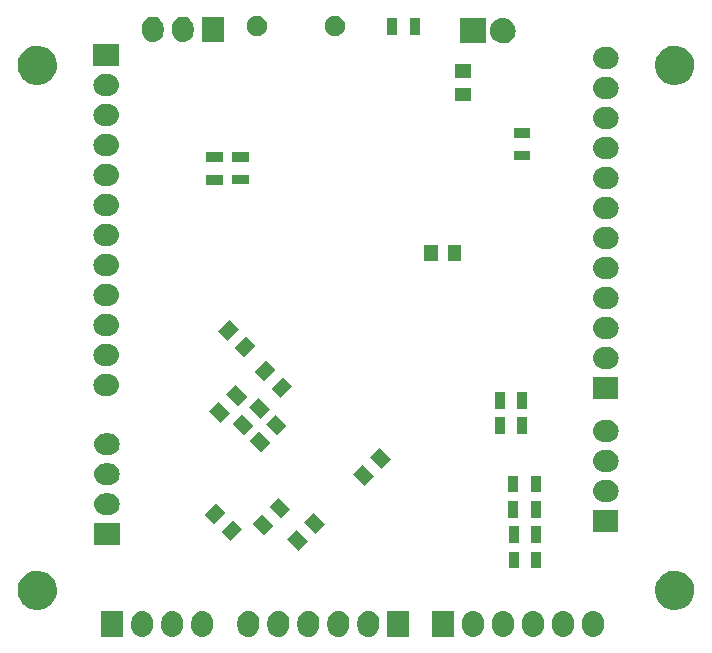
<source format=gbs>
G04 #@! TF.FileFunction,Soldermask,Bot*
%FSLAX46Y46*%
G04 Gerber Fmt 4.6, Leading zero omitted, Abs format (unit mm)*
G04 Created by KiCad (PCBNEW 4.0.5) date Tuesday, June 20, 2017 'PMt' 03:43:36 PM*
%MOMM*%
%LPD*%
G01*
G04 APERTURE LIST*
%ADD10C,0.100000*%
G04 APERTURE END LIST*
D10*
G36*
X111311389Y-117349008D02*
X111311398Y-117349011D01*
X111311419Y-117349013D01*
X111484266Y-117402518D01*
X111643428Y-117488576D01*
X111782843Y-117603911D01*
X111897201Y-117744128D01*
X111982147Y-117903887D01*
X112034444Y-118077102D01*
X112052100Y-118257177D01*
X112052100Y-118572500D01*
X112052020Y-118584079D01*
X112052019Y-118584089D01*
X112052010Y-118585367D01*
X112031841Y-118765178D01*
X111977130Y-118937647D01*
X111889963Y-119096204D01*
X111773658Y-119234811D01*
X111632646Y-119348187D01*
X111472298Y-119432015D01*
X111298721Y-119483102D01*
X111298700Y-119483104D01*
X111298693Y-119483106D01*
X111118530Y-119499503D01*
X110938611Y-119480592D01*
X110938602Y-119480589D01*
X110938581Y-119480587D01*
X110765734Y-119427082D01*
X110606572Y-119341024D01*
X110467157Y-119225689D01*
X110352799Y-119085472D01*
X110267853Y-118925713D01*
X110215556Y-118752498D01*
X110197900Y-118572423D01*
X110197900Y-118257100D01*
X110197980Y-118245521D01*
X110197981Y-118245511D01*
X110197990Y-118244233D01*
X110218159Y-118064422D01*
X110272870Y-117891953D01*
X110360037Y-117733396D01*
X110476342Y-117594789D01*
X110617354Y-117481413D01*
X110777702Y-117397585D01*
X110951279Y-117346498D01*
X110951300Y-117346496D01*
X110951307Y-117346494D01*
X111131470Y-117330097D01*
X111311389Y-117349008D01*
X111311389Y-117349008D01*
G37*
G36*
X113851389Y-117349008D02*
X113851398Y-117349011D01*
X113851419Y-117349013D01*
X114024266Y-117402518D01*
X114183428Y-117488576D01*
X114322843Y-117603911D01*
X114437201Y-117744128D01*
X114522147Y-117903887D01*
X114574444Y-118077102D01*
X114592100Y-118257177D01*
X114592100Y-118572500D01*
X114592020Y-118584079D01*
X114592019Y-118584089D01*
X114592010Y-118585367D01*
X114571841Y-118765178D01*
X114517130Y-118937647D01*
X114429963Y-119096204D01*
X114313658Y-119234811D01*
X114172646Y-119348187D01*
X114012298Y-119432015D01*
X113838721Y-119483102D01*
X113838700Y-119483104D01*
X113838693Y-119483106D01*
X113658530Y-119499503D01*
X113478611Y-119480592D01*
X113478602Y-119480589D01*
X113478581Y-119480587D01*
X113305734Y-119427082D01*
X113146572Y-119341024D01*
X113007157Y-119225689D01*
X112892799Y-119085472D01*
X112807853Y-118925713D01*
X112755556Y-118752498D01*
X112737900Y-118572423D01*
X112737900Y-118257100D01*
X112737980Y-118245521D01*
X112737981Y-118245511D01*
X112737990Y-118244233D01*
X112758159Y-118064422D01*
X112812870Y-117891953D01*
X112900037Y-117733396D01*
X113016342Y-117594789D01*
X113157354Y-117481413D01*
X113317702Y-117397585D01*
X113491279Y-117346498D01*
X113491300Y-117346496D01*
X113491307Y-117346494D01*
X113671470Y-117330097D01*
X113851389Y-117349008D01*
X113851389Y-117349008D01*
G37*
G36*
X116391389Y-117349008D02*
X116391398Y-117349011D01*
X116391419Y-117349013D01*
X116564266Y-117402518D01*
X116723428Y-117488576D01*
X116862843Y-117603911D01*
X116977201Y-117744128D01*
X117062147Y-117903887D01*
X117114444Y-118077102D01*
X117132100Y-118257177D01*
X117132100Y-118572500D01*
X117132020Y-118584079D01*
X117132019Y-118584089D01*
X117132010Y-118585367D01*
X117111841Y-118765178D01*
X117057130Y-118937647D01*
X116969963Y-119096204D01*
X116853658Y-119234811D01*
X116712646Y-119348187D01*
X116552298Y-119432015D01*
X116378721Y-119483102D01*
X116378700Y-119483104D01*
X116378693Y-119483106D01*
X116198530Y-119499503D01*
X116018611Y-119480592D01*
X116018602Y-119480589D01*
X116018581Y-119480587D01*
X115845734Y-119427082D01*
X115686572Y-119341024D01*
X115547157Y-119225689D01*
X115432799Y-119085472D01*
X115347853Y-118925713D01*
X115295556Y-118752498D01*
X115277900Y-118572423D01*
X115277900Y-118257100D01*
X115277980Y-118245521D01*
X115277981Y-118245511D01*
X115277990Y-118244233D01*
X115298159Y-118064422D01*
X115352870Y-117891953D01*
X115440037Y-117733396D01*
X115556342Y-117594789D01*
X115697354Y-117481413D01*
X115857702Y-117397585D01*
X116031279Y-117346498D01*
X116031300Y-117346496D01*
X116031307Y-117346494D01*
X116211470Y-117330097D01*
X116391389Y-117349008D01*
X116391389Y-117349008D01*
G37*
G36*
X120302989Y-117349008D02*
X120302998Y-117349011D01*
X120303019Y-117349013D01*
X120475866Y-117402518D01*
X120635028Y-117488576D01*
X120774443Y-117603911D01*
X120888801Y-117744128D01*
X120973747Y-117903887D01*
X121026044Y-118077102D01*
X121043700Y-118257177D01*
X121043700Y-118572500D01*
X121043620Y-118584079D01*
X121043619Y-118584089D01*
X121043610Y-118585367D01*
X121023441Y-118765178D01*
X120968730Y-118937647D01*
X120881563Y-119096204D01*
X120765258Y-119234811D01*
X120624246Y-119348187D01*
X120463898Y-119432015D01*
X120290321Y-119483102D01*
X120290300Y-119483104D01*
X120290293Y-119483106D01*
X120110130Y-119499503D01*
X119930211Y-119480592D01*
X119930202Y-119480589D01*
X119930181Y-119480587D01*
X119757334Y-119427082D01*
X119598172Y-119341024D01*
X119458757Y-119225689D01*
X119344399Y-119085472D01*
X119259453Y-118925713D01*
X119207156Y-118752498D01*
X119189500Y-118572423D01*
X119189500Y-118257100D01*
X119189580Y-118245521D01*
X119189581Y-118245511D01*
X119189590Y-118244233D01*
X119209759Y-118064422D01*
X119264470Y-117891953D01*
X119351637Y-117733396D01*
X119467942Y-117594789D01*
X119608954Y-117481413D01*
X119769302Y-117397585D01*
X119942879Y-117346498D01*
X119942900Y-117346496D01*
X119942907Y-117346494D01*
X120123070Y-117330097D01*
X120302989Y-117349008D01*
X120302989Y-117349008D01*
G37*
G36*
X122842989Y-117349008D02*
X122842998Y-117349011D01*
X122843019Y-117349013D01*
X123015866Y-117402518D01*
X123175028Y-117488576D01*
X123314443Y-117603911D01*
X123428801Y-117744128D01*
X123513747Y-117903887D01*
X123566044Y-118077102D01*
X123583700Y-118257177D01*
X123583700Y-118572500D01*
X123583620Y-118584079D01*
X123583619Y-118584089D01*
X123583610Y-118585367D01*
X123563441Y-118765178D01*
X123508730Y-118937647D01*
X123421563Y-119096204D01*
X123305258Y-119234811D01*
X123164246Y-119348187D01*
X123003898Y-119432015D01*
X122830321Y-119483102D01*
X122830300Y-119483104D01*
X122830293Y-119483106D01*
X122650130Y-119499503D01*
X122470211Y-119480592D01*
X122470202Y-119480589D01*
X122470181Y-119480587D01*
X122297334Y-119427082D01*
X122138172Y-119341024D01*
X121998757Y-119225689D01*
X121884399Y-119085472D01*
X121799453Y-118925713D01*
X121747156Y-118752498D01*
X121729500Y-118572423D01*
X121729500Y-118257100D01*
X121729580Y-118245521D01*
X121729581Y-118245511D01*
X121729590Y-118244233D01*
X121749759Y-118064422D01*
X121804470Y-117891953D01*
X121891637Y-117733396D01*
X122007942Y-117594789D01*
X122148954Y-117481413D01*
X122309302Y-117397585D01*
X122482879Y-117346498D01*
X122482900Y-117346496D01*
X122482907Y-117346494D01*
X122663070Y-117330097D01*
X122842989Y-117349008D01*
X122842989Y-117349008D01*
G37*
G36*
X125382989Y-117349008D02*
X125382998Y-117349011D01*
X125383019Y-117349013D01*
X125555866Y-117402518D01*
X125715028Y-117488576D01*
X125854443Y-117603911D01*
X125968801Y-117744128D01*
X126053747Y-117903887D01*
X126106044Y-118077102D01*
X126123700Y-118257177D01*
X126123700Y-118572500D01*
X126123620Y-118584079D01*
X126123619Y-118584089D01*
X126123610Y-118585367D01*
X126103441Y-118765178D01*
X126048730Y-118937647D01*
X125961563Y-119096204D01*
X125845258Y-119234811D01*
X125704246Y-119348187D01*
X125543898Y-119432015D01*
X125370321Y-119483102D01*
X125370300Y-119483104D01*
X125370293Y-119483106D01*
X125190130Y-119499503D01*
X125010211Y-119480592D01*
X125010202Y-119480589D01*
X125010181Y-119480587D01*
X124837334Y-119427082D01*
X124678172Y-119341024D01*
X124538757Y-119225689D01*
X124424399Y-119085472D01*
X124339453Y-118925713D01*
X124287156Y-118752498D01*
X124269500Y-118572423D01*
X124269500Y-118257100D01*
X124269580Y-118245521D01*
X124269581Y-118245511D01*
X124269590Y-118244233D01*
X124289759Y-118064422D01*
X124344470Y-117891953D01*
X124431637Y-117733396D01*
X124547942Y-117594789D01*
X124688954Y-117481413D01*
X124849302Y-117397585D01*
X125022879Y-117346498D01*
X125022900Y-117346496D01*
X125022907Y-117346494D01*
X125203070Y-117330097D01*
X125382989Y-117349008D01*
X125382989Y-117349008D01*
G37*
G36*
X127922989Y-117349008D02*
X127922998Y-117349011D01*
X127923019Y-117349013D01*
X128095866Y-117402518D01*
X128255028Y-117488576D01*
X128394443Y-117603911D01*
X128508801Y-117744128D01*
X128593747Y-117903887D01*
X128646044Y-118077102D01*
X128663700Y-118257177D01*
X128663700Y-118572500D01*
X128663620Y-118584079D01*
X128663619Y-118584089D01*
X128663610Y-118585367D01*
X128643441Y-118765178D01*
X128588730Y-118937647D01*
X128501563Y-119096204D01*
X128385258Y-119234811D01*
X128244246Y-119348187D01*
X128083898Y-119432015D01*
X127910321Y-119483102D01*
X127910300Y-119483104D01*
X127910293Y-119483106D01*
X127730130Y-119499503D01*
X127550211Y-119480592D01*
X127550202Y-119480589D01*
X127550181Y-119480587D01*
X127377334Y-119427082D01*
X127218172Y-119341024D01*
X127078757Y-119225689D01*
X126964399Y-119085472D01*
X126879453Y-118925713D01*
X126827156Y-118752498D01*
X126809500Y-118572423D01*
X126809500Y-118257100D01*
X126809580Y-118245521D01*
X126809581Y-118245511D01*
X126809590Y-118244233D01*
X126829759Y-118064422D01*
X126884470Y-117891953D01*
X126971637Y-117733396D01*
X127087942Y-117594789D01*
X127228954Y-117481413D01*
X127389302Y-117397585D01*
X127562879Y-117346498D01*
X127562900Y-117346496D01*
X127562907Y-117346494D01*
X127743070Y-117330097D01*
X127922989Y-117349008D01*
X127922989Y-117349008D01*
G37*
G36*
X130462989Y-117349008D02*
X130462998Y-117349011D01*
X130463019Y-117349013D01*
X130635866Y-117402518D01*
X130795028Y-117488576D01*
X130934443Y-117603911D01*
X131048801Y-117744128D01*
X131133747Y-117903887D01*
X131186044Y-118077102D01*
X131203700Y-118257177D01*
X131203700Y-118572500D01*
X131203620Y-118584079D01*
X131203619Y-118584089D01*
X131203610Y-118585367D01*
X131183441Y-118765178D01*
X131128730Y-118937647D01*
X131041563Y-119096204D01*
X130925258Y-119234811D01*
X130784246Y-119348187D01*
X130623898Y-119432015D01*
X130450321Y-119483102D01*
X130450300Y-119483104D01*
X130450293Y-119483106D01*
X130270130Y-119499503D01*
X130090211Y-119480592D01*
X130090202Y-119480589D01*
X130090181Y-119480587D01*
X129917334Y-119427082D01*
X129758172Y-119341024D01*
X129618757Y-119225689D01*
X129504399Y-119085472D01*
X129419453Y-118925713D01*
X129367156Y-118752498D01*
X129349500Y-118572423D01*
X129349500Y-118257100D01*
X129349580Y-118245521D01*
X129349581Y-118245511D01*
X129349590Y-118244233D01*
X129369759Y-118064422D01*
X129424470Y-117891953D01*
X129511637Y-117733396D01*
X129627942Y-117594789D01*
X129768954Y-117481413D01*
X129929302Y-117397585D01*
X130102879Y-117346498D01*
X130102900Y-117346496D01*
X130102907Y-117346494D01*
X130283070Y-117330097D01*
X130462989Y-117349008D01*
X130462989Y-117349008D01*
G37*
G36*
X139302189Y-117349008D02*
X139302198Y-117349011D01*
X139302219Y-117349013D01*
X139475066Y-117402518D01*
X139634228Y-117488576D01*
X139773643Y-117603911D01*
X139888001Y-117744128D01*
X139972947Y-117903887D01*
X140025244Y-118077102D01*
X140042900Y-118257177D01*
X140042900Y-118572500D01*
X140042820Y-118584079D01*
X140042819Y-118584089D01*
X140042810Y-118585367D01*
X140022641Y-118765178D01*
X139967930Y-118937647D01*
X139880763Y-119096204D01*
X139764458Y-119234811D01*
X139623446Y-119348187D01*
X139463098Y-119432015D01*
X139289521Y-119483102D01*
X139289500Y-119483104D01*
X139289493Y-119483106D01*
X139109330Y-119499503D01*
X138929411Y-119480592D01*
X138929402Y-119480589D01*
X138929381Y-119480587D01*
X138756534Y-119427082D01*
X138597372Y-119341024D01*
X138457957Y-119225689D01*
X138343599Y-119085472D01*
X138258653Y-118925713D01*
X138206356Y-118752498D01*
X138188700Y-118572423D01*
X138188700Y-118257100D01*
X138188780Y-118245521D01*
X138188781Y-118245511D01*
X138188790Y-118244233D01*
X138208959Y-118064422D01*
X138263670Y-117891953D01*
X138350837Y-117733396D01*
X138467142Y-117594789D01*
X138608154Y-117481413D01*
X138768502Y-117397585D01*
X138942079Y-117346498D01*
X138942100Y-117346496D01*
X138942107Y-117346494D01*
X139122270Y-117330097D01*
X139302189Y-117349008D01*
X139302189Y-117349008D01*
G37*
G36*
X141842189Y-117349008D02*
X141842198Y-117349011D01*
X141842219Y-117349013D01*
X142015066Y-117402518D01*
X142174228Y-117488576D01*
X142313643Y-117603911D01*
X142428001Y-117744128D01*
X142512947Y-117903887D01*
X142565244Y-118077102D01*
X142582900Y-118257177D01*
X142582900Y-118572500D01*
X142582820Y-118584079D01*
X142582819Y-118584089D01*
X142582810Y-118585367D01*
X142562641Y-118765178D01*
X142507930Y-118937647D01*
X142420763Y-119096204D01*
X142304458Y-119234811D01*
X142163446Y-119348187D01*
X142003098Y-119432015D01*
X141829521Y-119483102D01*
X141829500Y-119483104D01*
X141829493Y-119483106D01*
X141649330Y-119499503D01*
X141469411Y-119480592D01*
X141469402Y-119480589D01*
X141469381Y-119480587D01*
X141296534Y-119427082D01*
X141137372Y-119341024D01*
X140997957Y-119225689D01*
X140883599Y-119085472D01*
X140798653Y-118925713D01*
X140746356Y-118752498D01*
X140728700Y-118572423D01*
X140728700Y-118257100D01*
X140728780Y-118245521D01*
X140728781Y-118245511D01*
X140728790Y-118244233D01*
X140748959Y-118064422D01*
X140803670Y-117891953D01*
X140890837Y-117733396D01*
X141007142Y-117594789D01*
X141148154Y-117481413D01*
X141308502Y-117397585D01*
X141482079Y-117346498D01*
X141482100Y-117346496D01*
X141482107Y-117346494D01*
X141662270Y-117330097D01*
X141842189Y-117349008D01*
X141842189Y-117349008D01*
G37*
G36*
X144382189Y-117349008D02*
X144382198Y-117349011D01*
X144382219Y-117349013D01*
X144555066Y-117402518D01*
X144714228Y-117488576D01*
X144853643Y-117603911D01*
X144968001Y-117744128D01*
X145052947Y-117903887D01*
X145105244Y-118077102D01*
X145122900Y-118257177D01*
X145122900Y-118572500D01*
X145122820Y-118584079D01*
X145122819Y-118584089D01*
X145122810Y-118585367D01*
X145102641Y-118765178D01*
X145047930Y-118937647D01*
X144960763Y-119096204D01*
X144844458Y-119234811D01*
X144703446Y-119348187D01*
X144543098Y-119432015D01*
X144369521Y-119483102D01*
X144369500Y-119483104D01*
X144369493Y-119483106D01*
X144189330Y-119499503D01*
X144009411Y-119480592D01*
X144009402Y-119480589D01*
X144009381Y-119480587D01*
X143836534Y-119427082D01*
X143677372Y-119341024D01*
X143537957Y-119225689D01*
X143423599Y-119085472D01*
X143338653Y-118925713D01*
X143286356Y-118752498D01*
X143268700Y-118572423D01*
X143268700Y-118257100D01*
X143268780Y-118245521D01*
X143268781Y-118245511D01*
X143268790Y-118244233D01*
X143288959Y-118064422D01*
X143343670Y-117891953D01*
X143430837Y-117733396D01*
X143547142Y-117594789D01*
X143688154Y-117481413D01*
X143848502Y-117397585D01*
X144022079Y-117346498D01*
X144022100Y-117346496D01*
X144022107Y-117346494D01*
X144202270Y-117330097D01*
X144382189Y-117349008D01*
X144382189Y-117349008D01*
G37*
G36*
X146922189Y-117349008D02*
X146922198Y-117349011D01*
X146922219Y-117349013D01*
X147095066Y-117402518D01*
X147254228Y-117488576D01*
X147393643Y-117603911D01*
X147508001Y-117744128D01*
X147592947Y-117903887D01*
X147645244Y-118077102D01*
X147662900Y-118257177D01*
X147662900Y-118572500D01*
X147662820Y-118584079D01*
X147662819Y-118584089D01*
X147662810Y-118585367D01*
X147642641Y-118765178D01*
X147587930Y-118937647D01*
X147500763Y-119096204D01*
X147384458Y-119234811D01*
X147243446Y-119348187D01*
X147083098Y-119432015D01*
X146909521Y-119483102D01*
X146909500Y-119483104D01*
X146909493Y-119483106D01*
X146729330Y-119499503D01*
X146549411Y-119480592D01*
X146549402Y-119480589D01*
X146549381Y-119480587D01*
X146376534Y-119427082D01*
X146217372Y-119341024D01*
X146077957Y-119225689D01*
X145963599Y-119085472D01*
X145878653Y-118925713D01*
X145826356Y-118752498D01*
X145808700Y-118572423D01*
X145808700Y-118257100D01*
X145808780Y-118245521D01*
X145808781Y-118245511D01*
X145808790Y-118244233D01*
X145828959Y-118064422D01*
X145883670Y-117891953D01*
X145970837Y-117733396D01*
X146087142Y-117594789D01*
X146228154Y-117481413D01*
X146388502Y-117397585D01*
X146562079Y-117346498D01*
X146562100Y-117346496D01*
X146562107Y-117346494D01*
X146742270Y-117330097D01*
X146922189Y-117349008D01*
X146922189Y-117349008D01*
G37*
G36*
X149462189Y-117349008D02*
X149462198Y-117349011D01*
X149462219Y-117349013D01*
X149635066Y-117402518D01*
X149794228Y-117488576D01*
X149933643Y-117603911D01*
X150048001Y-117744128D01*
X150132947Y-117903887D01*
X150185244Y-118077102D01*
X150202900Y-118257177D01*
X150202900Y-118572500D01*
X150202820Y-118584079D01*
X150202819Y-118584089D01*
X150202810Y-118585367D01*
X150182641Y-118765178D01*
X150127930Y-118937647D01*
X150040763Y-119096204D01*
X149924458Y-119234811D01*
X149783446Y-119348187D01*
X149623098Y-119432015D01*
X149449521Y-119483102D01*
X149449500Y-119483104D01*
X149449493Y-119483106D01*
X149269330Y-119499503D01*
X149089411Y-119480592D01*
X149089402Y-119480589D01*
X149089381Y-119480587D01*
X148916534Y-119427082D01*
X148757372Y-119341024D01*
X148617957Y-119225689D01*
X148503599Y-119085472D01*
X148418653Y-118925713D01*
X148366356Y-118752498D01*
X148348700Y-118572423D01*
X148348700Y-118257100D01*
X148348780Y-118245521D01*
X148348781Y-118245511D01*
X148348790Y-118244233D01*
X148368959Y-118064422D01*
X148423670Y-117891953D01*
X148510837Y-117733396D01*
X148627142Y-117594789D01*
X148768154Y-117481413D01*
X148928502Y-117397585D01*
X149102079Y-117346498D01*
X149102100Y-117346496D01*
X149102107Y-117346494D01*
X149282270Y-117330097D01*
X149462189Y-117349008D01*
X149462189Y-117349008D01*
G37*
G36*
X133743700Y-119494300D02*
X131889500Y-119494300D01*
X131889500Y-117335300D01*
X133743700Y-117335300D01*
X133743700Y-119494300D01*
X133743700Y-119494300D01*
G37*
G36*
X137502900Y-119494300D02*
X135648700Y-119494300D01*
X135648700Y-117335300D01*
X137502900Y-117335300D01*
X137502900Y-119494300D01*
X137502900Y-119494300D01*
G37*
G36*
X109512100Y-119494300D02*
X107657900Y-119494300D01*
X107657900Y-117335300D01*
X109512100Y-117335300D01*
X109512100Y-119494300D01*
X109512100Y-119494300D01*
G37*
G36*
X102409721Y-113907606D02*
X102729293Y-113973204D01*
X103030030Y-114099623D01*
X103300486Y-114282048D01*
X103530361Y-114513532D01*
X103710892Y-114785254D01*
X103835209Y-115086869D01*
X103898529Y-115406664D01*
X103898529Y-115406672D01*
X103898571Y-115406885D01*
X103893368Y-115779501D01*
X103893321Y-115779707D01*
X103893321Y-115779720D01*
X103821095Y-116097623D01*
X103688405Y-116395650D01*
X103500354Y-116662228D01*
X103264111Y-116887198D01*
X102988665Y-117062003D01*
X102684515Y-117179974D01*
X102363238Y-117236625D01*
X102037080Y-117229792D01*
X101718466Y-117159740D01*
X101419514Y-117029132D01*
X101151635Y-116842951D01*
X100925017Y-116608281D01*
X100748295Y-116334062D01*
X100628202Y-116030742D01*
X100569311Y-115709873D01*
X100573867Y-115383672D01*
X100641692Y-115064577D01*
X100770211Y-114764721D01*
X100954519Y-114495546D01*
X101187599Y-114267297D01*
X101460576Y-114088667D01*
X101763051Y-113966459D01*
X102083506Y-113905329D01*
X102409721Y-113907606D01*
X102409721Y-113907606D01*
G37*
G36*
X156384721Y-113907606D02*
X156704293Y-113973204D01*
X157005030Y-114099623D01*
X157275486Y-114282048D01*
X157505361Y-114513532D01*
X157685892Y-114785254D01*
X157810209Y-115086869D01*
X157873529Y-115406664D01*
X157873529Y-115406672D01*
X157873571Y-115406885D01*
X157868368Y-115779501D01*
X157868321Y-115779707D01*
X157868321Y-115779720D01*
X157796095Y-116097623D01*
X157663405Y-116395650D01*
X157475354Y-116662228D01*
X157239111Y-116887198D01*
X156963665Y-117062003D01*
X156659515Y-117179974D01*
X156338238Y-117236625D01*
X156012080Y-117229792D01*
X155693466Y-117159740D01*
X155394514Y-117029132D01*
X155126635Y-116842951D01*
X154900017Y-116608281D01*
X154723295Y-116334062D01*
X154603202Y-116030742D01*
X154544311Y-115709873D01*
X154548867Y-115383672D01*
X154616692Y-115064577D01*
X154745211Y-114764721D01*
X154929519Y-114495546D01*
X155162599Y-114267297D01*
X155435576Y-114088667D01*
X155738051Y-113966459D01*
X156058506Y-113905329D01*
X156384721Y-113907606D01*
X156384721Y-113907606D01*
G37*
G36*
X142993820Y-113702860D02*
X142166820Y-113702860D01*
X142166820Y-112275860D01*
X142993820Y-112275860D01*
X142993820Y-113702860D01*
X142993820Y-113702860D01*
G37*
G36*
X144893820Y-113702860D02*
X144066820Y-113702860D01*
X144066820Y-112275860D01*
X144893820Y-112275860D01*
X144893820Y-113702860D01*
X144893820Y-113702860D01*
G37*
G36*
X125166511Y-111397255D02*
X124369601Y-112194165D01*
X123395915Y-111220479D01*
X124192825Y-110423569D01*
X125166511Y-111397255D01*
X125166511Y-111397255D01*
G37*
G36*
X109207300Y-111747300D02*
X107048300Y-111747300D01*
X107048300Y-109893100D01*
X109207300Y-109893100D01*
X109207300Y-111747300D01*
X109207300Y-111747300D01*
G37*
G36*
X144893820Y-111554020D02*
X144066820Y-111554020D01*
X144066820Y-110127020D01*
X144893820Y-110127020D01*
X144893820Y-111554020D01*
X144893820Y-111554020D01*
G37*
G36*
X142993820Y-111554020D02*
X142166820Y-111554020D01*
X142166820Y-110127020D01*
X142993820Y-110127020D01*
X142993820Y-111554020D01*
X142993820Y-111554020D01*
G37*
G36*
X119580485Y-110407679D02*
X118606799Y-111381365D01*
X117809889Y-110584455D01*
X118783575Y-109610769D01*
X119580485Y-110407679D01*
X119580485Y-110407679D01*
G37*
G36*
X122220111Y-110096775D02*
X121423201Y-110893685D01*
X120449515Y-109919999D01*
X121246425Y-109123089D01*
X122220111Y-110096775D01*
X122220111Y-110096775D01*
G37*
G36*
X126580725Y-109983041D02*
X125783815Y-110779951D01*
X124810129Y-109806265D01*
X125607039Y-109009355D01*
X126580725Y-109983041D01*
X126580725Y-109983041D01*
G37*
G36*
X151447500Y-110629700D02*
X149288500Y-110629700D01*
X149288500Y-108775500D01*
X151447500Y-108775500D01*
X151447500Y-110629700D01*
X151447500Y-110629700D01*
G37*
G36*
X118166271Y-108993465D02*
X117192585Y-109967151D01*
X116395675Y-109170241D01*
X117369361Y-108196555D01*
X118166271Y-108993465D01*
X118166271Y-108993465D01*
G37*
G36*
X123634325Y-108682561D02*
X122837415Y-109479471D01*
X121863729Y-108505785D01*
X122660639Y-107708875D01*
X123634325Y-108682561D01*
X123634325Y-108682561D01*
G37*
G36*
X142963340Y-109400100D02*
X142136340Y-109400100D01*
X142136340Y-107973100D01*
X142963340Y-107973100D01*
X142963340Y-109400100D01*
X142963340Y-109400100D01*
G37*
G36*
X144863340Y-109400100D02*
X144036340Y-109400100D01*
X144036340Y-107973100D01*
X144863340Y-107973100D01*
X144863340Y-109400100D01*
X144863340Y-109400100D01*
G37*
G36*
X108297079Y-107353180D02*
X108297089Y-107353181D01*
X108298367Y-107353190D01*
X108478178Y-107373359D01*
X108650647Y-107428070D01*
X108809204Y-107515237D01*
X108947811Y-107631542D01*
X109061187Y-107772554D01*
X109145015Y-107932902D01*
X109196102Y-108106479D01*
X109196104Y-108106500D01*
X109196106Y-108106507D01*
X109212503Y-108286670D01*
X109193592Y-108466589D01*
X109193589Y-108466598D01*
X109193587Y-108466619D01*
X109140082Y-108639466D01*
X109054024Y-108798628D01*
X108938689Y-108938043D01*
X108798472Y-109052401D01*
X108638713Y-109137347D01*
X108465498Y-109189644D01*
X108285423Y-109207300D01*
X107970100Y-109207300D01*
X107958521Y-109207220D01*
X107958511Y-109207219D01*
X107957233Y-109207210D01*
X107777422Y-109187041D01*
X107604953Y-109132330D01*
X107446396Y-109045163D01*
X107307789Y-108928858D01*
X107194413Y-108787846D01*
X107110585Y-108627498D01*
X107059498Y-108453921D01*
X107059496Y-108453900D01*
X107059494Y-108453893D01*
X107043097Y-108273730D01*
X107062008Y-108093811D01*
X107062011Y-108093802D01*
X107062013Y-108093781D01*
X107115518Y-107920934D01*
X107201576Y-107761772D01*
X107316911Y-107622357D01*
X107457128Y-107507999D01*
X107616887Y-107423053D01*
X107790102Y-107370756D01*
X107970177Y-107353100D01*
X108285500Y-107353100D01*
X108297079Y-107353180D01*
X108297079Y-107353180D01*
G37*
G36*
X150537279Y-106235580D02*
X150537289Y-106235581D01*
X150538567Y-106235590D01*
X150718378Y-106255759D01*
X150890847Y-106310470D01*
X151049404Y-106397637D01*
X151188011Y-106513942D01*
X151301387Y-106654954D01*
X151385215Y-106815302D01*
X151436302Y-106988879D01*
X151436304Y-106988900D01*
X151436306Y-106988907D01*
X151452703Y-107169070D01*
X151433792Y-107348989D01*
X151433789Y-107348998D01*
X151433787Y-107349019D01*
X151380282Y-107521866D01*
X151294224Y-107681028D01*
X151178889Y-107820443D01*
X151038672Y-107934801D01*
X150878913Y-108019747D01*
X150705698Y-108072044D01*
X150525623Y-108089700D01*
X150210300Y-108089700D01*
X150198721Y-108089620D01*
X150198711Y-108089619D01*
X150197433Y-108089610D01*
X150017622Y-108069441D01*
X149845153Y-108014730D01*
X149686596Y-107927563D01*
X149547989Y-107811258D01*
X149434613Y-107670246D01*
X149350785Y-107509898D01*
X149299698Y-107336321D01*
X149299696Y-107336300D01*
X149299694Y-107336293D01*
X149283297Y-107156130D01*
X149302208Y-106976211D01*
X149302211Y-106976202D01*
X149302213Y-106976181D01*
X149355718Y-106803334D01*
X149441776Y-106644172D01*
X149557111Y-106504757D01*
X149697328Y-106390399D01*
X149857087Y-106305453D01*
X150030302Y-106253156D01*
X150210377Y-106235500D01*
X150525700Y-106235500D01*
X150537279Y-106235580D01*
X150537279Y-106235580D01*
G37*
G36*
X144863340Y-107276660D02*
X144036340Y-107276660D01*
X144036340Y-105849660D01*
X144863340Y-105849660D01*
X144863340Y-107276660D01*
X144863340Y-107276660D01*
G37*
G36*
X142963340Y-107276660D02*
X142136340Y-107276660D01*
X142136340Y-105849660D01*
X142963340Y-105849660D01*
X142963340Y-107276660D01*
X142963340Y-107276660D01*
G37*
G36*
X130774831Y-105890535D02*
X129977921Y-106687445D01*
X129004235Y-105713759D01*
X129801145Y-104916849D01*
X130774831Y-105890535D01*
X130774831Y-105890535D01*
G37*
G36*
X108297079Y-104813180D02*
X108297089Y-104813181D01*
X108298367Y-104813190D01*
X108478178Y-104833359D01*
X108650647Y-104888070D01*
X108809204Y-104975237D01*
X108947811Y-105091542D01*
X109061187Y-105232554D01*
X109145015Y-105392902D01*
X109196102Y-105566479D01*
X109196104Y-105566500D01*
X109196106Y-105566507D01*
X109212503Y-105746670D01*
X109193592Y-105926589D01*
X109193589Y-105926598D01*
X109193587Y-105926619D01*
X109140082Y-106099466D01*
X109054024Y-106258628D01*
X108938689Y-106398043D01*
X108798472Y-106512401D01*
X108638713Y-106597347D01*
X108465498Y-106649644D01*
X108285423Y-106667300D01*
X107970100Y-106667300D01*
X107958521Y-106667220D01*
X107958511Y-106667219D01*
X107957233Y-106667210D01*
X107777422Y-106647041D01*
X107604953Y-106592330D01*
X107446396Y-106505163D01*
X107307789Y-106388858D01*
X107194413Y-106247846D01*
X107110585Y-106087498D01*
X107059498Y-105913921D01*
X107059496Y-105913900D01*
X107059494Y-105913893D01*
X107043097Y-105733730D01*
X107062008Y-105553811D01*
X107062011Y-105553802D01*
X107062013Y-105553781D01*
X107115518Y-105380934D01*
X107201576Y-105221772D01*
X107316911Y-105082357D01*
X107457128Y-104967999D01*
X107616887Y-104883053D01*
X107790102Y-104830756D01*
X107970177Y-104813100D01*
X108285500Y-104813100D01*
X108297079Y-104813180D01*
X108297079Y-104813180D01*
G37*
G36*
X150537279Y-103695580D02*
X150537289Y-103695581D01*
X150538567Y-103695590D01*
X150718378Y-103715759D01*
X150890847Y-103770470D01*
X151049404Y-103857637D01*
X151188011Y-103973942D01*
X151301387Y-104114954D01*
X151385215Y-104275302D01*
X151436302Y-104448879D01*
X151436304Y-104448900D01*
X151436306Y-104448907D01*
X151452703Y-104629070D01*
X151433792Y-104808989D01*
X151433789Y-104808998D01*
X151433787Y-104809019D01*
X151380282Y-104981866D01*
X151294224Y-105141028D01*
X151178889Y-105280443D01*
X151038672Y-105394801D01*
X150878913Y-105479747D01*
X150705698Y-105532044D01*
X150525623Y-105549700D01*
X150210300Y-105549700D01*
X150198721Y-105549620D01*
X150198711Y-105549619D01*
X150197433Y-105549610D01*
X150017622Y-105529441D01*
X149845153Y-105474730D01*
X149686596Y-105387563D01*
X149547989Y-105271258D01*
X149434613Y-105130246D01*
X149350785Y-104969898D01*
X149299698Y-104796321D01*
X149299696Y-104796300D01*
X149299694Y-104796293D01*
X149283297Y-104616130D01*
X149302208Y-104436211D01*
X149302211Y-104436202D01*
X149302213Y-104436181D01*
X149355718Y-104263334D01*
X149441776Y-104104172D01*
X149557111Y-103964757D01*
X149697328Y-103850399D01*
X149857087Y-103765453D01*
X150030302Y-103713156D01*
X150210377Y-103695500D01*
X150525700Y-103695500D01*
X150537279Y-103695580D01*
X150537279Y-103695580D01*
G37*
G36*
X132189045Y-104476321D02*
X131392135Y-105273231D01*
X130418449Y-104299545D01*
X131215359Y-103502635D01*
X132189045Y-104476321D01*
X132189045Y-104476321D01*
G37*
G36*
X108297079Y-102273180D02*
X108297089Y-102273181D01*
X108298367Y-102273190D01*
X108478178Y-102293359D01*
X108650647Y-102348070D01*
X108809204Y-102435237D01*
X108947811Y-102551542D01*
X109061187Y-102692554D01*
X109145015Y-102852902D01*
X109196102Y-103026479D01*
X109196104Y-103026500D01*
X109196106Y-103026507D01*
X109212503Y-103206670D01*
X109193592Y-103386589D01*
X109193589Y-103386598D01*
X109193587Y-103386619D01*
X109140082Y-103559466D01*
X109054024Y-103718628D01*
X108938689Y-103858043D01*
X108798472Y-103972401D01*
X108638713Y-104057347D01*
X108465498Y-104109644D01*
X108285423Y-104127300D01*
X107970100Y-104127300D01*
X107958521Y-104127220D01*
X107958511Y-104127219D01*
X107957233Y-104127210D01*
X107777422Y-104107041D01*
X107604953Y-104052330D01*
X107446396Y-103965163D01*
X107307789Y-103848858D01*
X107194413Y-103707846D01*
X107110585Y-103547498D01*
X107059498Y-103373921D01*
X107059496Y-103373900D01*
X107059494Y-103373893D01*
X107043097Y-103193730D01*
X107062008Y-103013811D01*
X107062011Y-103013802D01*
X107062013Y-103013781D01*
X107115518Y-102840934D01*
X107201576Y-102681772D01*
X107316911Y-102542357D01*
X107457128Y-102427999D01*
X107616887Y-102343053D01*
X107790102Y-102290756D01*
X107970177Y-102273100D01*
X108285500Y-102273100D01*
X108297079Y-102273180D01*
X108297079Y-102273180D01*
G37*
G36*
X121955951Y-103066055D02*
X121159041Y-103862965D01*
X120185355Y-102889279D01*
X120982265Y-102092369D01*
X121955951Y-103066055D01*
X121955951Y-103066055D01*
G37*
G36*
X150537279Y-101155580D02*
X150537289Y-101155581D01*
X150538567Y-101155590D01*
X150718378Y-101175759D01*
X150890847Y-101230470D01*
X151049404Y-101317637D01*
X151188011Y-101433942D01*
X151301387Y-101574954D01*
X151385215Y-101735302D01*
X151436302Y-101908879D01*
X151436304Y-101908900D01*
X151436306Y-101908907D01*
X151452703Y-102089070D01*
X151433792Y-102268989D01*
X151433789Y-102268998D01*
X151433787Y-102269019D01*
X151380282Y-102441866D01*
X151294224Y-102601028D01*
X151178889Y-102740443D01*
X151038672Y-102854801D01*
X150878913Y-102939747D01*
X150705698Y-102992044D01*
X150525623Y-103009700D01*
X150210300Y-103009700D01*
X150198721Y-103009620D01*
X150198711Y-103009619D01*
X150197433Y-103009610D01*
X150017622Y-102989441D01*
X149845153Y-102934730D01*
X149686596Y-102847563D01*
X149547989Y-102731258D01*
X149434613Y-102590246D01*
X149350785Y-102429898D01*
X149299698Y-102256321D01*
X149299696Y-102256300D01*
X149299694Y-102256293D01*
X149283297Y-102076130D01*
X149302208Y-101896211D01*
X149302211Y-101896202D01*
X149302213Y-101896181D01*
X149355718Y-101723334D01*
X149441776Y-101564172D01*
X149557111Y-101424757D01*
X149697328Y-101310399D01*
X149857087Y-101225453D01*
X150030302Y-101173156D01*
X150210377Y-101155500D01*
X150525700Y-101155500D01*
X150537279Y-101155580D01*
X150537279Y-101155580D01*
G37*
G36*
X123370165Y-101651841D02*
X122573255Y-102448751D01*
X121599569Y-101475065D01*
X122396479Y-100678155D01*
X123370165Y-101651841D01*
X123370165Y-101651841D01*
G37*
G36*
X120553871Y-101643655D02*
X119756961Y-102440565D01*
X118783275Y-101466879D01*
X119580185Y-100669969D01*
X120553871Y-101643655D01*
X120553871Y-101643655D01*
G37*
G36*
X143715260Y-102349060D02*
X142888260Y-102349060D01*
X142888260Y-100922060D01*
X143715260Y-100922060D01*
X143715260Y-102349060D01*
X143715260Y-102349060D01*
G37*
G36*
X141815260Y-102349060D02*
X140988260Y-102349060D01*
X140988260Y-100922060D01*
X141815260Y-100922060D01*
X141815260Y-102349060D01*
X141815260Y-102349060D01*
G37*
G36*
X118582831Y-100566695D02*
X117785921Y-101363605D01*
X116812235Y-100389919D01*
X117609145Y-99593009D01*
X118582831Y-100566695D01*
X118582831Y-100566695D01*
G37*
G36*
X121968085Y-100229441D02*
X121171175Y-101026351D01*
X120197489Y-100052665D01*
X120994399Y-99255755D01*
X121968085Y-100229441D01*
X121968085Y-100229441D01*
G37*
G36*
X143700020Y-100225620D02*
X142873020Y-100225620D01*
X142873020Y-98798620D01*
X143700020Y-98798620D01*
X143700020Y-100225620D01*
X143700020Y-100225620D01*
G37*
G36*
X141800020Y-100225620D02*
X140973020Y-100225620D01*
X140973020Y-98798620D01*
X141800020Y-98798620D01*
X141800020Y-100225620D01*
X141800020Y-100225620D01*
G37*
G36*
X119997045Y-99152481D02*
X119200135Y-99949391D01*
X118226449Y-98975705D01*
X119023359Y-98178795D01*
X119997045Y-99152481D01*
X119997045Y-99152481D01*
G37*
G36*
X151447500Y-99352100D02*
X149288500Y-99352100D01*
X149288500Y-97497900D01*
X151447500Y-97497900D01*
X151447500Y-99352100D01*
X151447500Y-99352100D01*
G37*
G36*
X123837525Y-98296959D02*
X122863839Y-99270645D01*
X122066929Y-98473735D01*
X123040615Y-97500049D01*
X123837525Y-98296959D01*
X123837525Y-98296959D01*
G37*
G36*
X108246279Y-97243980D02*
X108246289Y-97243981D01*
X108247567Y-97243990D01*
X108427378Y-97264159D01*
X108599847Y-97318870D01*
X108758404Y-97406037D01*
X108897011Y-97522342D01*
X109010387Y-97663354D01*
X109094215Y-97823702D01*
X109145302Y-97997279D01*
X109145304Y-97997300D01*
X109145306Y-97997307D01*
X109161703Y-98177470D01*
X109142792Y-98357389D01*
X109142789Y-98357398D01*
X109142787Y-98357419D01*
X109089282Y-98530266D01*
X109003224Y-98689428D01*
X108887889Y-98828843D01*
X108747672Y-98943201D01*
X108587913Y-99028147D01*
X108414698Y-99080444D01*
X108234623Y-99098100D01*
X107919300Y-99098100D01*
X107907721Y-99098020D01*
X107907711Y-99098019D01*
X107906433Y-99098010D01*
X107726622Y-99077841D01*
X107554153Y-99023130D01*
X107395596Y-98935963D01*
X107256989Y-98819658D01*
X107143613Y-98678646D01*
X107059785Y-98518298D01*
X107008698Y-98344721D01*
X107008696Y-98344700D01*
X107008694Y-98344693D01*
X106992297Y-98164530D01*
X107011208Y-97984611D01*
X107011211Y-97984602D01*
X107011213Y-97984581D01*
X107064718Y-97811734D01*
X107150776Y-97652572D01*
X107266111Y-97513157D01*
X107406328Y-97398799D01*
X107566087Y-97313853D01*
X107739302Y-97261556D01*
X107919377Y-97243900D01*
X108234700Y-97243900D01*
X108246279Y-97243980D01*
X108246279Y-97243980D01*
G37*
G36*
X122423311Y-96882745D02*
X121449625Y-97856431D01*
X120652715Y-97059521D01*
X121626401Y-96085835D01*
X122423311Y-96882745D01*
X122423311Y-96882745D01*
G37*
G36*
X150537279Y-94957980D02*
X150537289Y-94957981D01*
X150538567Y-94957990D01*
X150718378Y-94978159D01*
X150890847Y-95032870D01*
X151049404Y-95120037D01*
X151188011Y-95236342D01*
X151301387Y-95377354D01*
X151385215Y-95537702D01*
X151436302Y-95711279D01*
X151436304Y-95711300D01*
X151436306Y-95711307D01*
X151452703Y-95891470D01*
X151433792Y-96071389D01*
X151433789Y-96071398D01*
X151433787Y-96071419D01*
X151380282Y-96244266D01*
X151294224Y-96403428D01*
X151178889Y-96542843D01*
X151038672Y-96657201D01*
X150878913Y-96742147D01*
X150705698Y-96794444D01*
X150525623Y-96812100D01*
X150210300Y-96812100D01*
X150198721Y-96812020D01*
X150198711Y-96812019D01*
X150197433Y-96812010D01*
X150017622Y-96791841D01*
X149845153Y-96737130D01*
X149686596Y-96649963D01*
X149547989Y-96533658D01*
X149434613Y-96392646D01*
X149350785Y-96232298D01*
X149299698Y-96058721D01*
X149299696Y-96058700D01*
X149299694Y-96058693D01*
X149283297Y-95878530D01*
X149302208Y-95698611D01*
X149302211Y-95698602D01*
X149302213Y-95698581D01*
X149355718Y-95525734D01*
X149441776Y-95366572D01*
X149557111Y-95227157D01*
X149697328Y-95112799D01*
X149857087Y-95027853D01*
X150030302Y-94975556D01*
X150210377Y-94957900D01*
X150525700Y-94957900D01*
X150537279Y-94957980D01*
X150537279Y-94957980D01*
G37*
G36*
X108246279Y-94703980D02*
X108246289Y-94703981D01*
X108247567Y-94703990D01*
X108427378Y-94724159D01*
X108599847Y-94778870D01*
X108758404Y-94866037D01*
X108897011Y-94982342D01*
X109010387Y-95123354D01*
X109094215Y-95283702D01*
X109145302Y-95457279D01*
X109145304Y-95457300D01*
X109145306Y-95457307D01*
X109161703Y-95637470D01*
X109142792Y-95817389D01*
X109142789Y-95817398D01*
X109142787Y-95817419D01*
X109089282Y-95990266D01*
X109003224Y-96149428D01*
X108887889Y-96288843D01*
X108747672Y-96403201D01*
X108587913Y-96488147D01*
X108414698Y-96540444D01*
X108234623Y-96558100D01*
X107919300Y-96558100D01*
X107907721Y-96558020D01*
X107907711Y-96558019D01*
X107906433Y-96558010D01*
X107726622Y-96537841D01*
X107554153Y-96483130D01*
X107395596Y-96395963D01*
X107256989Y-96279658D01*
X107143613Y-96138646D01*
X107059785Y-95978298D01*
X107008698Y-95804721D01*
X107008696Y-95804700D01*
X107008694Y-95804693D01*
X106992297Y-95624530D01*
X107011208Y-95444611D01*
X107011211Y-95444602D01*
X107011213Y-95444581D01*
X107064718Y-95271734D01*
X107150776Y-95112572D01*
X107266111Y-94973157D01*
X107406328Y-94858799D01*
X107566087Y-94773853D01*
X107739302Y-94721556D01*
X107919377Y-94703900D01*
X108234700Y-94703900D01*
X108246279Y-94703980D01*
X108246279Y-94703980D01*
G37*
G36*
X120708245Y-94862879D02*
X119734559Y-95836565D01*
X118937649Y-95039655D01*
X119911335Y-94065969D01*
X120708245Y-94862879D01*
X120708245Y-94862879D01*
G37*
G36*
X119294031Y-93448665D02*
X118320345Y-94422351D01*
X117523435Y-93625441D01*
X118497121Y-92651755D01*
X119294031Y-93448665D01*
X119294031Y-93448665D01*
G37*
G36*
X150537279Y-92417980D02*
X150537289Y-92417981D01*
X150538567Y-92417990D01*
X150718378Y-92438159D01*
X150890847Y-92492870D01*
X151049404Y-92580037D01*
X151188011Y-92696342D01*
X151301387Y-92837354D01*
X151385215Y-92997702D01*
X151436302Y-93171279D01*
X151436304Y-93171300D01*
X151436306Y-93171307D01*
X151452703Y-93351470D01*
X151433792Y-93531389D01*
X151433789Y-93531398D01*
X151433787Y-93531419D01*
X151380282Y-93704266D01*
X151294224Y-93863428D01*
X151178889Y-94002843D01*
X151038672Y-94117201D01*
X150878913Y-94202147D01*
X150705698Y-94254444D01*
X150525623Y-94272100D01*
X150210300Y-94272100D01*
X150198721Y-94272020D01*
X150198711Y-94272019D01*
X150197433Y-94272010D01*
X150017622Y-94251841D01*
X149845153Y-94197130D01*
X149686596Y-94109963D01*
X149547989Y-93993658D01*
X149434613Y-93852646D01*
X149350785Y-93692298D01*
X149299698Y-93518721D01*
X149299696Y-93518700D01*
X149299694Y-93518693D01*
X149283297Y-93338530D01*
X149302208Y-93158611D01*
X149302211Y-93158602D01*
X149302213Y-93158581D01*
X149355718Y-92985734D01*
X149441776Y-92826572D01*
X149557111Y-92687157D01*
X149697328Y-92572799D01*
X149857087Y-92487853D01*
X150030302Y-92435556D01*
X150210377Y-92417900D01*
X150525700Y-92417900D01*
X150537279Y-92417980D01*
X150537279Y-92417980D01*
G37*
G36*
X108246279Y-92163980D02*
X108246289Y-92163981D01*
X108247567Y-92163990D01*
X108427378Y-92184159D01*
X108599847Y-92238870D01*
X108758404Y-92326037D01*
X108897011Y-92442342D01*
X109010387Y-92583354D01*
X109094215Y-92743702D01*
X109145302Y-92917279D01*
X109145304Y-92917300D01*
X109145306Y-92917307D01*
X109161703Y-93097470D01*
X109142792Y-93277389D01*
X109142789Y-93277398D01*
X109142787Y-93277419D01*
X109089282Y-93450266D01*
X109003224Y-93609428D01*
X108887889Y-93748843D01*
X108747672Y-93863201D01*
X108587913Y-93948147D01*
X108414698Y-94000444D01*
X108234623Y-94018100D01*
X107919300Y-94018100D01*
X107907721Y-94018020D01*
X107907711Y-94018019D01*
X107906433Y-94018010D01*
X107726622Y-93997841D01*
X107554153Y-93943130D01*
X107395596Y-93855963D01*
X107256989Y-93739658D01*
X107143613Y-93598646D01*
X107059785Y-93438298D01*
X107008698Y-93264721D01*
X107008696Y-93264700D01*
X107008694Y-93264693D01*
X106992297Y-93084530D01*
X107011208Y-92904611D01*
X107011211Y-92904602D01*
X107011213Y-92904581D01*
X107064718Y-92731734D01*
X107150776Y-92572572D01*
X107266111Y-92433157D01*
X107406328Y-92318799D01*
X107566087Y-92233853D01*
X107739302Y-92181556D01*
X107919377Y-92163900D01*
X108234700Y-92163900D01*
X108246279Y-92163980D01*
X108246279Y-92163980D01*
G37*
G36*
X150537279Y-89877980D02*
X150537289Y-89877981D01*
X150538567Y-89877990D01*
X150718378Y-89898159D01*
X150890847Y-89952870D01*
X151049404Y-90040037D01*
X151188011Y-90156342D01*
X151301387Y-90297354D01*
X151385215Y-90457702D01*
X151436302Y-90631279D01*
X151436304Y-90631300D01*
X151436306Y-90631307D01*
X151452703Y-90811470D01*
X151433792Y-90991389D01*
X151433789Y-90991398D01*
X151433787Y-90991419D01*
X151380282Y-91164266D01*
X151294224Y-91323428D01*
X151178889Y-91462843D01*
X151038672Y-91577201D01*
X150878913Y-91662147D01*
X150705698Y-91714444D01*
X150525623Y-91732100D01*
X150210300Y-91732100D01*
X150198721Y-91732020D01*
X150198711Y-91732019D01*
X150197433Y-91732010D01*
X150017622Y-91711841D01*
X149845153Y-91657130D01*
X149686596Y-91569963D01*
X149547989Y-91453658D01*
X149434613Y-91312646D01*
X149350785Y-91152298D01*
X149299698Y-90978721D01*
X149299696Y-90978700D01*
X149299694Y-90978693D01*
X149283297Y-90798530D01*
X149302208Y-90618611D01*
X149302211Y-90618602D01*
X149302213Y-90618581D01*
X149355718Y-90445734D01*
X149441776Y-90286572D01*
X149557111Y-90147157D01*
X149697328Y-90032799D01*
X149857087Y-89947853D01*
X150030302Y-89895556D01*
X150210377Y-89877900D01*
X150525700Y-89877900D01*
X150537279Y-89877980D01*
X150537279Y-89877980D01*
G37*
G36*
X108246279Y-89623980D02*
X108246289Y-89623981D01*
X108247567Y-89623990D01*
X108427378Y-89644159D01*
X108599847Y-89698870D01*
X108758404Y-89786037D01*
X108897011Y-89902342D01*
X109010387Y-90043354D01*
X109094215Y-90203702D01*
X109145302Y-90377279D01*
X109145304Y-90377300D01*
X109145306Y-90377307D01*
X109161703Y-90557470D01*
X109142792Y-90737389D01*
X109142789Y-90737398D01*
X109142787Y-90737419D01*
X109089282Y-90910266D01*
X109003224Y-91069428D01*
X108887889Y-91208843D01*
X108747672Y-91323201D01*
X108587913Y-91408147D01*
X108414698Y-91460444D01*
X108234623Y-91478100D01*
X107919300Y-91478100D01*
X107907721Y-91478020D01*
X107907711Y-91478019D01*
X107906433Y-91478010D01*
X107726622Y-91457841D01*
X107554153Y-91403130D01*
X107395596Y-91315963D01*
X107256989Y-91199658D01*
X107143613Y-91058646D01*
X107059785Y-90898298D01*
X107008698Y-90724721D01*
X107008696Y-90724700D01*
X107008694Y-90724693D01*
X106992297Y-90544530D01*
X107011208Y-90364611D01*
X107011211Y-90364602D01*
X107011213Y-90364581D01*
X107064718Y-90191734D01*
X107150776Y-90032572D01*
X107266111Y-89893157D01*
X107406328Y-89778799D01*
X107566087Y-89693853D01*
X107739302Y-89641556D01*
X107919377Y-89623900D01*
X108234700Y-89623900D01*
X108246279Y-89623980D01*
X108246279Y-89623980D01*
G37*
G36*
X150537279Y-87337980D02*
X150537289Y-87337981D01*
X150538567Y-87337990D01*
X150718378Y-87358159D01*
X150890847Y-87412870D01*
X151049404Y-87500037D01*
X151188011Y-87616342D01*
X151301387Y-87757354D01*
X151385215Y-87917702D01*
X151436302Y-88091279D01*
X151436304Y-88091300D01*
X151436306Y-88091307D01*
X151452703Y-88271470D01*
X151433792Y-88451389D01*
X151433789Y-88451398D01*
X151433787Y-88451419D01*
X151380282Y-88624266D01*
X151294224Y-88783428D01*
X151178889Y-88922843D01*
X151038672Y-89037201D01*
X150878913Y-89122147D01*
X150705698Y-89174444D01*
X150525623Y-89192100D01*
X150210300Y-89192100D01*
X150198721Y-89192020D01*
X150198711Y-89192019D01*
X150197433Y-89192010D01*
X150017622Y-89171841D01*
X149845153Y-89117130D01*
X149686596Y-89029963D01*
X149547989Y-88913658D01*
X149434613Y-88772646D01*
X149350785Y-88612298D01*
X149299698Y-88438721D01*
X149299696Y-88438700D01*
X149299694Y-88438693D01*
X149283297Y-88258530D01*
X149302208Y-88078611D01*
X149302211Y-88078602D01*
X149302213Y-88078581D01*
X149355718Y-87905734D01*
X149441776Y-87746572D01*
X149557111Y-87607157D01*
X149697328Y-87492799D01*
X149857087Y-87407853D01*
X150030302Y-87355556D01*
X150210377Y-87337900D01*
X150525700Y-87337900D01*
X150537279Y-87337980D01*
X150537279Y-87337980D01*
G37*
G36*
X108246279Y-87083980D02*
X108246289Y-87083981D01*
X108247567Y-87083990D01*
X108427378Y-87104159D01*
X108599847Y-87158870D01*
X108758404Y-87246037D01*
X108897011Y-87362342D01*
X109010387Y-87503354D01*
X109094215Y-87663702D01*
X109145302Y-87837279D01*
X109145304Y-87837300D01*
X109145306Y-87837307D01*
X109161703Y-88017470D01*
X109142792Y-88197389D01*
X109142789Y-88197398D01*
X109142787Y-88197419D01*
X109089282Y-88370266D01*
X109003224Y-88529428D01*
X108887889Y-88668843D01*
X108747672Y-88783201D01*
X108587913Y-88868147D01*
X108414698Y-88920444D01*
X108234623Y-88938100D01*
X107919300Y-88938100D01*
X107907721Y-88938020D01*
X107907711Y-88938019D01*
X107906433Y-88938010D01*
X107726622Y-88917841D01*
X107554153Y-88863130D01*
X107395596Y-88775963D01*
X107256989Y-88659658D01*
X107143613Y-88518646D01*
X107059785Y-88358298D01*
X107008698Y-88184721D01*
X107008696Y-88184700D01*
X107008694Y-88184693D01*
X106992297Y-88004530D01*
X107011208Y-87824611D01*
X107011211Y-87824602D01*
X107011213Y-87824581D01*
X107064718Y-87651734D01*
X107150776Y-87492572D01*
X107266111Y-87353157D01*
X107406328Y-87238799D01*
X107566087Y-87153853D01*
X107739302Y-87101556D01*
X107919377Y-87083900D01*
X108234700Y-87083900D01*
X108246279Y-87083980D01*
X108246279Y-87083980D01*
G37*
G36*
X138139300Y-87683500D02*
X137012300Y-87683500D01*
X137012300Y-86306500D01*
X138139300Y-86306500D01*
X138139300Y-87683500D01*
X138139300Y-87683500D01*
G37*
G36*
X136139300Y-87683500D02*
X135012300Y-87683500D01*
X135012300Y-86306500D01*
X136139300Y-86306500D01*
X136139300Y-87683500D01*
X136139300Y-87683500D01*
G37*
G36*
X150537279Y-84797980D02*
X150537289Y-84797981D01*
X150538567Y-84797990D01*
X150718378Y-84818159D01*
X150890847Y-84872870D01*
X151049404Y-84960037D01*
X151188011Y-85076342D01*
X151301387Y-85217354D01*
X151385215Y-85377702D01*
X151436302Y-85551279D01*
X151436304Y-85551300D01*
X151436306Y-85551307D01*
X151452703Y-85731470D01*
X151433792Y-85911389D01*
X151433789Y-85911398D01*
X151433787Y-85911419D01*
X151380282Y-86084266D01*
X151294224Y-86243428D01*
X151178889Y-86382843D01*
X151038672Y-86497201D01*
X150878913Y-86582147D01*
X150705698Y-86634444D01*
X150525623Y-86652100D01*
X150210300Y-86652100D01*
X150198721Y-86652020D01*
X150198711Y-86652019D01*
X150197433Y-86652010D01*
X150017622Y-86631841D01*
X149845153Y-86577130D01*
X149686596Y-86489963D01*
X149547989Y-86373658D01*
X149434613Y-86232646D01*
X149350785Y-86072298D01*
X149299698Y-85898721D01*
X149299696Y-85898700D01*
X149299694Y-85898693D01*
X149283297Y-85718530D01*
X149302208Y-85538611D01*
X149302211Y-85538602D01*
X149302213Y-85538581D01*
X149355718Y-85365734D01*
X149441776Y-85206572D01*
X149557111Y-85067157D01*
X149697328Y-84952799D01*
X149857087Y-84867853D01*
X150030302Y-84815556D01*
X150210377Y-84797900D01*
X150525700Y-84797900D01*
X150537279Y-84797980D01*
X150537279Y-84797980D01*
G37*
G36*
X108246279Y-84543980D02*
X108246289Y-84543981D01*
X108247567Y-84543990D01*
X108427378Y-84564159D01*
X108599847Y-84618870D01*
X108758404Y-84706037D01*
X108897011Y-84822342D01*
X109010387Y-84963354D01*
X109094215Y-85123702D01*
X109145302Y-85297279D01*
X109145304Y-85297300D01*
X109145306Y-85297307D01*
X109161703Y-85477470D01*
X109142792Y-85657389D01*
X109142789Y-85657398D01*
X109142787Y-85657419D01*
X109089282Y-85830266D01*
X109003224Y-85989428D01*
X108887889Y-86128843D01*
X108747672Y-86243201D01*
X108587913Y-86328147D01*
X108414698Y-86380444D01*
X108234623Y-86398100D01*
X107919300Y-86398100D01*
X107907721Y-86398020D01*
X107907711Y-86398019D01*
X107906433Y-86398010D01*
X107726622Y-86377841D01*
X107554153Y-86323130D01*
X107395596Y-86235963D01*
X107256989Y-86119658D01*
X107143613Y-85978646D01*
X107059785Y-85818298D01*
X107008698Y-85644721D01*
X107008696Y-85644700D01*
X107008694Y-85644693D01*
X106992297Y-85464530D01*
X107011208Y-85284611D01*
X107011211Y-85284602D01*
X107011213Y-85284581D01*
X107064718Y-85111734D01*
X107150776Y-84952572D01*
X107266111Y-84813157D01*
X107406328Y-84698799D01*
X107566087Y-84613853D01*
X107739302Y-84561556D01*
X107919377Y-84543900D01*
X108234700Y-84543900D01*
X108246279Y-84543980D01*
X108246279Y-84543980D01*
G37*
G36*
X150537279Y-82257980D02*
X150537289Y-82257981D01*
X150538567Y-82257990D01*
X150718378Y-82278159D01*
X150890847Y-82332870D01*
X151049404Y-82420037D01*
X151188011Y-82536342D01*
X151301387Y-82677354D01*
X151385215Y-82837702D01*
X151436302Y-83011279D01*
X151436304Y-83011300D01*
X151436306Y-83011307D01*
X151452703Y-83191470D01*
X151433792Y-83371389D01*
X151433789Y-83371398D01*
X151433787Y-83371419D01*
X151380282Y-83544266D01*
X151294224Y-83703428D01*
X151178889Y-83842843D01*
X151038672Y-83957201D01*
X150878913Y-84042147D01*
X150705698Y-84094444D01*
X150525623Y-84112100D01*
X150210300Y-84112100D01*
X150198721Y-84112020D01*
X150198711Y-84112019D01*
X150197433Y-84112010D01*
X150017622Y-84091841D01*
X149845153Y-84037130D01*
X149686596Y-83949963D01*
X149547989Y-83833658D01*
X149434613Y-83692646D01*
X149350785Y-83532298D01*
X149299698Y-83358721D01*
X149299696Y-83358700D01*
X149299694Y-83358693D01*
X149283297Y-83178530D01*
X149302208Y-82998611D01*
X149302211Y-82998602D01*
X149302213Y-82998581D01*
X149355718Y-82825734D01*
X149441776Y-82666572D01*
X149557111Y-82527157D01*
X149697328Y-82412799D01*
X149857087Y-82327853D01*
X150030302Y-82275556D01*
X150210377Y-82257900D01*
X150525700Y-82257900D01*
X150537279Y-82257980D01*
X150537279Y-82257980D01*
G37*
G36*
X108246279Y-82003980D02*
X108246289Y-82003981D01*
X108247567Y-82003990D01*
X108427378Y-82024159D01*
X108599847Y-82078870D01*
X108758404Y-82166037D01*
X108897011Y-82282342D01*
X109010387Y-82423354D01*
X109094215Y-82583702D01*
X109145302Y-82757279D01*
X109145304Y-82757300D01*
X109145306Y-82757307D01*
X109161703Y-82937470D01*
X109142792Y-83117389D01*
X109142789Y-83117398D01*
X109142787Y-83117419D01*
X109089282Y-83290266D01*
X109003224Y-83449428D01*
X108887889Y-83588843D01*
X108747672Y-83703201D01*
X108587913Y-83788147D01*
X108414698Y-83840444D01*
X108234623Y-83858100D01*
X107919300Y-83858100D01*
X107907721Y-83858020D01*
X107907711Y-83858019D01*
X107906433Y-83858010D01*
X107726622Y-83837841D01*
X107554153Y-83783130D01*
X107395596Y-83695963D01*
X107256989Y-83579658D01*
X107143613Y-83438646D01*
X107059785Y-83278298D01*
X107008698Y-83104721D01*
X107008696Y-83104700D01*
X107008694Y-83104693D01*
X106992297Y-82924530D01*
X107011208Y-82744611D01*
X107011211Y-82744602D01*
X107011213Y-82744581D01*
X107064718Y-82571734D01*
X107150776Y-82412572D01*
X107266111Y-82273157D01*
X107406328Y-82158799D01*
X107566087Y-82073853D01*
X107739302Y-82021556D01*
X107919377Y-82003900D01*
X108234700Y-82003900D01*
X108246279Y-82003980D01*
X108246279Y-82003980D01*
G37*
G36*
X150537279Y-79717980D02*
X150537289Y-79717981D01*
X150538567Y-79717990D01*
X150718378Y-79738159D01*
X150890847Y-79792870D01*
X151049404Y-79880037D01*
X151188011Y-79996342D01*
X151301387Y-80137354D01*
X151385215Y-80297702D01*
X151436302Y-80471279D01*
X151436304Y-80471300D01*
X151436306Y-80471307D01*
X151452703Y-80651470D01*
X151433792Y-80831389D01*
X151433789Y-80831398D01*
X151433787Y-80831419D01*
X151380282Y-81004266D01*
X151294224Y-81163428D01*
X151178889Y-81302843D01*
X151038672Y-81417201D01*
X150878913Y-81502147D01*
X150705698Y-81554444D01*
X150525623Y-81572100D01*
X150210300Y-81572100D01*
X150198721Y-81572020D01*
X150198711Y-81572019D01*
X150197433Y-81572010D01*
X150017622Y-81551841D01*
X149845153Y-81497130D01*
X149686596Y-81409963D01*
X149547989Y-81293658D01*
X149434613Y-81152646D01*
X149350785Y-80992298D01*
X149299698Y-80818721D01*
X149299696Y-80818700D01*
X149299694Y-80818693D01*
X149283297Y-80638530D01*
X149302208Y-80458611D01*
X149302211Y-80458602D01*
X149302213Y-80458581D01*
X149355718Y-80285734D01*
X149441776Y-80126572D01*
X149557111Y-79987157D01*
X149697328Y-79872799D01*
X149857087Y-79787853D01*
X150030302Y-79735556D01*
X150210377Y-79717900D01*
X150525700Y-79717900D01*
X150537279Y-79717980D01*
X150537279Y-79717980D01*
G37*
G36*
X108246279Y-79463980D02*
X108246289Y-79463981D01*
X108247567Y-79463990D01*
X108427378Y-79484159D01*
X108599847Y-79538870D01*
X108758404Y-79626037D01*
X108897011Y-79742342D01*
X109010387Y-79883354D01*
X109094215Y-80043702D01*
X109145302Y-80217279D01*
X109145304Y-80217300D01*
X109145306Y-80217307D01*
X109161703Y-80397470D01*
X109142792Y-80577389D01*
X109142789Y-80577398D01*
X109142787Y-80577419D01*
X109089282Y-80750266D01*
X109003224Y-80909428D01*
X108887889Y-81048843D01*
X108747672Y-81163201D01*
X108587913Y-81248147D01*
X108414698Y-81300444D01*
X108234623Y-81318100D01*
X107919300Y-81318100D01*
X107907721Y-81318020D01*
X107907711Y-81318019D01*
X107906433Y-81318010D01*
X107726622Y-81297841D01*
X107554153Y-81243130D01*
X107395596Y-81155963D01*
X107256989Y-81039658D01*
X107143613Y-80898646D01*
X107059785Y-80738298D01*
X107008698Y-80564721D01*
X107008696Y-80564700D01*
X107008694Y-80564693D01*
X106992297Y-80384530D01*
X107011208Y-80204611D01*
X107011211Y-80204602D01*
X107011213Y-80204581D01*
X107064718Y-80031734D01*
X107150776Y-79872572D01*
X107266111Y-79733157D01*
X107406328Y-79618799D01*
X107566087Y-79533853D01*
X107739302Y-79481556D01*
X107919377Y-79463900D01*
X108234700Y-79463900D01*
X108246279Y-79463980D01*
X108246279Y-79463980D01*
G37*
G36*
X117924340Y-81205860D02*
X116497340Y-81205860D01*
X116497340Y-80378860D01*
X117924340Y-80378860D01*
X117924340Y-81205860D01*
X117924340Y-81205860D01*
G37*
G36*
X120190020Y-81190620D02*
X118763020Y-81190620D01*
X118763020Y-80363620D01*
X120190020Y-80363620D01*
X120190020Y-81190620D01*
X120190020Y-81190620D01*
G37*
G36*
X117924340Y-79305860D02*
X116497340Y-79305860D01*
X116497340Y-78478860D01*
X117924340Y-78478860D01*
X117924340Y-79305860D01*
X117924340Y-79305860D01*
G37*
G36*
X120190020Y-79290620D02*
X118763020Y-79290620D01*
X118763020Y-78463620D01*
X120190020Y-78463620D01*
X120190020Y-79290620D01*
X120190020Y-79290620D01*
G37*
G36*
X143994900Y-79151000D02*
X142567900Y-79151000D01*
X142567900Y-78324000D01*
X143994900Y-78324000D01*
X143994900Y-79151000D01*
X143994900Y-79151000D01*
G37*
G36*
X150537279Y-77177980D02*
X150537289Y-77177981D01*
X150538567Y-77177990D01*
X150718378Y-77198159D01*
X150890847Y-77252870D01*
X151049404Y-77340037D01*
X151188011Y-77456342D01*
X151301387Y-77597354D01*
X151385215Y-77757702D01*
X151436302Y-77931279D01*
X151436304Y-77931300D01*
X151436306Y-77931307D01*
X151452703Y-78111470D01*
X151433792Y-78291389D01*
X151433789Y-78291398D01*
X151433787Y-78291419D01*
X151380282Y-78464266D01*
X151294224Y-78623428D01*
X151178889Y-78762843D01*
X151038672Y-78877201D01*
X150878913Y-78962147D01*
X150705698Y-79014444D01*
X150525623Y-79032100D01*
X150210300Y-79032100D01*
X150198721Y-79032020D01*
X150198711Y-79032019D01*
X150197433Y-79032010D01*
X150017622Y-79011841D01*
X149845153Y-78957130D01*
X149686596Y-78869963D01*
X149547989Y-78753658D01*
X149434613Y-78612646D01*
X149350785Y-78452298D01*
X149299698Y-78278721D01*
X149299696Y-78278700D01*
X149299694Y-78278693D01*
X149283297Y-78098530D01*
X149302208Y-77918611D01*
X149302211Y-77918602D01*
X149302213Y-77918581D01*
X149355718Y-77745734D01*
X149441776Y-77586572D01*
X149557111Y-77447157D01*
X149697328Y-77332799D01*
X149857087Y-77247853D01*
X150030302Y-77195556D01*
X150210377Y-77177900D01*
X150525700Y-77177900D01*
X150537279Y-77177980D01*
X150537279Y-77177980D01*
G37*
G36*
X108246279Y-76923980D02*
X108246289Y-76923981D01*
X108247567Y-76923990D01*
X108427378Y-76944159D01*
X108599847Y-76998870D01*
X108758404Y-77086037D01*
X108897011Y-77202342D01*
X109010387Y-77343354D01*
X109094215Y-77503702D01*
X109145302Y-77677279D01*
X109145304Y-77677300D01*
X109145306Y-77677307D01*
X109161703Y-77857470D01*
X109142792Y-78037389D01*
X109142789Y-78037398D01*
X109142787Y-78037419D01*
X109089282Y-78210266D01*
X109003224Y-78369428D01*
X108887889Y-78508843D01*
X108747672Y-78623201D01*
X108587913Y-78708147D01*
X108414698Y-78760444D01*
X108234623Y-78778100D01*
X107919300Y-78778100D01*
X107907721Y-78778020D01*
X107907711Y-78778019D01*
X107906433Y-78778010D01*
X107726622Y-78757841D01*
X107554153Y-78703130D01*
X107395596Y-78615963D01*
X107256989Y-78499658D01*
X107143613Y-78358646D01*
X107059785Y-78198298D01*
X107008698Y-78024721D01*
X107008696Y-78024700D01*
X107008694Y-78024693D01*
X106992297Y-77844530D01*
X107011208Y-77664611D01*
X107011211Y-77664602D01*
X107011213Y-77664581D01*
X107064718Y-77491734D01*
X107150776Y-77332572D01*
X107266111Y-77193157D01*
X107406328Y-77078799D01*
X107566087Y-76993853D01*
X107739302Y-76941556D01*
X107919377Y-76923900D01*
X108234700Y-76923900D01*
X108246279Y-76923980D01*
X108246279Y-76923980D01*
G37*
G36*
X143994900Y-77251000D02*
X142567900Y-77251000D01*
X142567900Y-76424000D01*
X143994900Y-76424000D01*
X143994900Y-77251000D01*
X143994900Y-77251000D01*
G37*
G36*
X150537279Y-74637980D02*
X150537289Y-74637981D01*
X150538567Y-74637990D01*
X150718378Y-74658159D01*
X150890847Y-74712870D01*
X151049404Y-74800037D01*
X151188011Y-74916342D01*
X151301387Y-75057354D01*
X151385215Y-75217702D01*
X151436302Y-75391279D01*
X151436304Y-75391300D01*
X151436306Y-75391307D01*
X151452703Y-75571470D01*
X151433792Y-75751389D01*
X151433789Y-75751398D01*
X151433787Y-75751419D01*
X151380282Y-75924266D01*
X151294224Y-76083428D01*
X151178889Y-76222843D01*
X151038672Y-76337201D01*
X150878913Y-76422147D01*
X150705698Y-76474444D01*
X150525623Y-76492100D01*
X150210300Y-76492100D01*
X150198721Y-76492020D01*
X150198711Y-76492019D01*
X150197433Y-76492010D01*
X150017622Y-76471841D01*
X149845153Y-76417130D01*
X149686596Y-76329963D01*
X149547989Y-76213658D01*
X149434613Y-76072646D01*
X149350785Y-75912298D01*
X149299698Y-75738721D01*
X149299696Y-75738700D01*
X149299694Y-75738693D01*
X149283297Y-75558530D01*
X149302208Y-75378611D01*
X149302211Y-75378602D01*
X149302213Y-75378581D01*
X149355718Y-75205734D01*
X149441776Y-75046572D01*
X149557111Y-74907157D01*
X149697328Y-74792799D01*
X149857087Y-74707853D01*
X150030302Y-74655556D01*
X150210377Y-74637900D01*
X150525700Y-74637900D01*
X150537279Y-74637980D01*
X150537279Y-74637980D01*
G37*
G36*
X108246279Y-74383980D02*
X108246289Y-74383981D01*
X108247567Y-74383990D01*
X108427378Y-74404159D01*
X108599847Y-74458870D01*
X108758404Y-74546037D01*
X108897011Y-74662342D01*
X109010387Y-74803354D01*
X109094215Y-74963702D01*
X109145302Y-75137279D01*
X109145304Y-75137300D01*
X109145306Y-75137307D01*
X109161703Y-75317470D01*
X109142792Y-75497389D01*
X109142789Y-75497398D01*
X109142787Y-75497419D01*
X109089282Y-75670266D01*
X109003224Y-75829428D01*
X108887889Y-75968843D01*
X108747672Y-76083201D01*
X108587913Y-76168147D01*
X108414698Y-76220444D01*
X108234623Y-76238100D01*
X107919300Y-76238100D01*
X107907721Y-76238020D01*
X107907711Y-76238019D01*
X107906433Y-76238010D01*
X107726622Y-76217841D01*
X107554153Y-76163130D01*
X107395596Y-76075963D01*
X107256989Y-75959658D01*
X107143613Y-75818646D01*
X107059785Y-75658298D01*
X107008698Y-75484721D01*
X107008696Y-75484700D01*
X107008694Y-75484693D01*
X106992297Y-75304530D01*
X107011208Y-75124611D01*
X107011211Y-75124602D01*
X107011213Y-75124581D01*
X107064718Y-74951734D01*
X107150776Y-74792572D01*
X107266111Y-74653157D01*
X107406328Y-74538799D01*
X107566087Y-74453853D01*
X107739302Y-74401556D01*
X107919377Y-74383900D01*
X108234700Y-74383900D01*
X108246279Y-74383980D01*
X108246279Y-74383980D01*
G37*
G36*
X138991500Y-74166860D02*
X137614500Y-74166860D01*
X137614500Y-73039860D01*
X138991500Y-73039860D01*
X138991500Y-74166860D01*
X138991500Y-74166860D01*
G37*
G36*
X150537279Y-72097980D02*
X150537289Y-72097981D01*
X150538567Y-72097990D01*
X150718378Y-72118159D01*
X150890847Y-72172870D01*
X151049404Y-72260037D01*
X151188011Y-72376342D01*
X151301387Y-72517354D01*
X151385215Y-72677702D01*
X151436302Y-72851279D01*
X151436304Y-72851300D01*
X151436306Y-72851307D01*
X151452703Y-73031470D01*
X151433792Y-73211389D01*
X151433789Y-73211398D01*
X151433787Y-73211419D01*
X151380282Y-73384266D01*
X151294224Y-73543428D01*
X151178889Y-73682843D01*
X151038672Y-73797201D01*
X150878913Y-73882147D01*
X150705698Y-73934444D01*
X150525623Y-73952100D01*
X150210300Y-73952100D01*
X150198721Y-73952020D01*
X150198711Y-73952019D01*
X150197433Y-73952010D01*
X150017622Y-73931841D01*
X149845153Y-73877130D01*
X149686596Y-73789963D01*
X149547989Y-73673658D01*
X149434613Y-73532646D01*
X149350785Y-73372298D01*
X149299698Y-73198721D01*
X149299696Y-73198700D01*
X149299694Y-73198693D01*
X149283297Y-73018530D01*
X149302208Y-72838611D01*
X149302211Y-72838602D01*
X149302213Y-72838581D01*
X149355718Y-72665734D01*
X149441776Y-72506572D01*
X149557111Y-72367157D01*
X149697328Y-72252799D01*
X149857087Y-72167853D01*
X150030302Y-72115556D01*
X150210377Y-72097900D01*
X150525700Y-72097900D01*
X150537279Y-72097980D01*
X150537279Y-72097980D01*
G37*
G36*
X108246279Y-71843980D02*
X108246289Y-71843981D01*
X108247567Y-71843990D01*
X108427378Y-71864159D01*
X108599847Y-71918870D01*
X108758404Y-72006037D01*
X108897011Y-72122342D01*
X109010387Y-72263354D01*
X109094215Y-72423702D01*
X109145302Y-72597279D01*
X109145304Y-72597300D01*
X109145306Y-72597307D01*
X109161703Y-72777470D01*
X109142792Y-72957389D01*
X109142789Y-72957398D01*
X109142787Y-72957419D01*
X109089282Y-73130266D01*
X109003224Y-73289428D01*
X108887889Y-73428843D01*
X108747672Y-73543201D01*
X108587913Y-73628147D01*
X108414698Y-73680444D01*
X108234623Y-73698100D01*
X107919300Y-73698100D01*
X107907721Y-73698020D01*
X107907711Y-73698019D01*
X107906433Y-73698010D01*
X107726622Y-73677841D01*
X107554153Y-73623130D01*
X107395596Y-73535963D01*
X107256989Y-73419658D01*
X107143613Y-73278646D01*
X107059785Y-73118298D01*
X107008698Y-72944721D01*
X107008696Y-72944700D01*
X107008694Y-72944693D01*
X106992297Y-72764530D01*
X107011208Y-72584611D01*
X107011211Y-72584602D01*
X107011213Y-72584581D01*
X107064718Y-72411734D01*
X107150776Y-72252572D01*
X107266111Y-72113157D01*
X107406328Y-71998799D01*
X107566087Y-71913853D01*
X107739302Y-71861556D01*
X107919377Y-71843900D01*
X108234700Y-71843900D01*
X108246279Y-71843980D01*
X108246279Y-71843980D01*
G37*
G36*
X102409721Y-69457606D02*
X102729293Y-69523204D01*
X103030030Y-69649623D01*
X103300486Y-69832048D01*
X103530361Y-70063532D01*
X103710892Y-70335254D01*
X103835209Y-70636869D01*
X103898529Y-70956664D01*
X103898529Y-70956672D01*
X103898571Y-70956885D01*
X103893368Y-71329501D01*
X103893321Y-71329707D01*
X103893321Y-71329720D01*
X103821095Y-71647623D01*
X103688405Y-71945650D01*
X103500354Y-72212228D01*
X103264111Y-72437198D01*
X102988665Y-72612003D01*
X102684515Y-72729974D01*
X102363238Y-72786625D01*
X102037080Y-72779792D01*
X101718466Y-72709740D01*
X101419514Y-72579132D01*
X101151635Y-72392951D01*
X100925017Y-72158281D01*
X100748295Y-71884062D01*
X100628202Y-71580742D01*
X100569311Y-71259873D01*
X100573867Y-70933672D01*
X100641692Y-70614577D01*
X100770211Y-70314721D01*
X100954519Y-70045546D01*
X101187599Y-69817297D01*
X101460576Y-69638667D01*
X101763051Y-69516459D01*
X102083506Y-69455329D01*
X102409721Y-69457606D01*
X102409721Y-69457606D01*
G37*
G36*
X156384721Y-69457606D02*
X156704293Y-69523204D01*
X157005030Y-69649623D01*
X157275486Y-69832048D01*
X157505361Y-70063532D01*
X157685892Y-70335254D01*
X157810209Y-70636869D01*
X157873529Y-70956664D01*
X157873529Y-70956672D01*
X157873571Y-70956885D01*
X157868368Y-71329501D01*
X157868321Y-71329707D01*
X157868321Y-71329720D01*
X157796095Y-71647623D01*
X157663405Y-71945650D01*
X157475354Y-72212228D01*
X157239111Y-72437198D01*
X156963665Y-72612003D01*
X156659515Y-72729974D01*
X156338238Y-72786625D01*
X156012080Y-72779792D01*
X155693466Y-72709740D01*
X155394514Y-72579132D01*
X155126635Y-72392951D01*
X154900017Y-72158281D01*
X154723295Y-71884062D01*
X154603202Y-71580742D01*
X154544311Y-71259873D01*
X154548867Y-70933672D01*
X154616692Y-70614577D01*
X154745211Y-70314721D01*
X154929519Y-70045546D01*
X155162599Y-69817297D01*
X155435576Y-69638667D01*
X155738051Y-69516459D01*
X156058506Y-69455329D01*
X156384721Y-69457606D01*
X156384721Y-69457606D01*
G37*
G36*
X138991500Y-72166860D02*
X137614500Y-72166860D01*
X137614500Y-71039860D01*
X138991500Y-71039860D01*
X138991500Y-72166860D01*
X138991500Y-72166860D01*
G37*
G36*
X150537279Y-69557980D02*
X150537289Y-69557981D01*
X150538567Y-69557990D01*
X150718378Y-69578159D01*
X150890847Y-69632870D01*
X151049404Y-69720037D01*
X151188011Y-69836342D01*
X151301387Y-69977354D01*
X151385215Y-70137702D01*
X151436302Y-70311279D01*
X151436304Y-70311300D01*
X151436306Y-70311307D01*
X151452703Y-70491470D01*
X151433792Y-70671389D01*
X151433789Y-70671398D01*
X151433787Y-70671419D01*
X151380282Y-70844266D01*
X151294224Y-71003428D01*
X151178889Y-71142843D01*
X151038672Y-71257201D01*
X150878913Y-71342147D01*
X150705698Y-71394444D01*
X150525623Y-71412100D01*
X150210300Y-71412100D01*
X150198721Y-71412020D01*
X150198711Y-71412019D01*
X150197433Y-71412010D01*
X150017622Y-71391841D01*
X149845153Y-71337130D01*
X149686596Y-71249963D01*
X149547989Y-71133658D01*
X149434613Y-70992646D01*
X149350785Y-70832298D01*
X149299698Y-70658721D01*
X149299696Y-70658700D01*
X149299694Y-70658693D01*
X149283297Y-70478530D01*
X149302208Y-70298611D01*
X149302211Y-70298602D01*
X149302213Y-70298581D01*
X149355718Y-70125734D01*
X149441776Y-69966572D01*
X149557111Y-69827157D01*
X149697328Y-69712799D01*
X149857087Y-69627853D01*
X150030302Y-69575556D01*
X150210377Y-69557900D01*
X150525700Y-69557900D01*
X150537279Y-69557980D01*
X150537279Y-69557980D01*
G37*
G36*
X109156500Y-71158100D02*
X106997500Y-71158100D01*
X106997500Y-69303900D01*
X109156500Y-69303900D01*
X109156500Y-71158100D01*
X109156500Y-71158100D01*
G37*
G36*
X141872833Y-67110921D02*
X141872842Y-67110924D01*
X141872864Y-67110926D01*
X142074123Y-67173226D01*
X142259449Y-67273431D01*
X142421782Y-67407724D01*
X142554938Y-67570991D01*
X142653847Y-67757012D01*
X142714741Y-67958701D01*
X142735300Y-68168377D01*
X142735300Y-68178900D01*
X142735205Y-68192606D01*
X142735204Y-68192616D01*
X142735195Y-68193895D01*
X142711710Y-68403264D01*
X142648007Y-68604083D01*
X142546510Y-68788705D01*
X142411087Y-68950096D01*
X142246894Y-69082110D01*
X142060188Y-69179718D01*
X141858078Y-69239202D01*
X141858061Y-69239204D01*
X141858049Y-69239207D01*
X141648266Y-69258299D01*
X141438767Y-69236279D01*
X141438758Y-69236276D01*
X141438736Y-69236274D01*
X141237477Y-69173974D01*
X141052151Y-69073769D01*
X140889818Y-68939476D01*
X140756662Y-68776209D01*
X140657753Y-68590188D01*
X140596859Y-68388499D01*
X140576300Y-68178823D01*
X140576300Y-68168300D01*
X140576395Y-68154594D01*
X140576396Y-68154584D01*
X140576405Y-68153305D01*
X140599890Y-67943936D01*
X140663593Y-67743117D01*
X140765090Y-67558495D01*
X140900513Y-67397104D01*
X141064706Y-67265090D01*
X141251412Y-67167482D01*
X141453522Y-67107998D01*
X141453539Y-67107996D01*
X141453551Y-67107993D01*
X141663334Y-67088901D01*
X141872833Y-67110921D01*
X141872833Y-67110921D01*
G37*
G36*
X140195300Y-69253100D02*
X138036300Y-69253100D01*
X138036300Y-67094100D01*
X140195300Y-67094100D01*
X140195300Y-69253100D01*
X140195300Y-69253100D01*
G37*
G36*
X112200389Y-67006208D02*
X112200398Y-67006211D01*
X112200419Y-67006213D01*
X112373266Y-67059718D01*
X112532428Y-67145776D01*
X112671843Y-67261111D01*
X112786201Y-67401328D01*
X112871147Y-67561087D01*
X112923444Y-67734302D01*
X112941100Y-67914377D01*
X112941100Y-68229700D01*
X112941020Y-68241279D01*
X112941019Y-68241289D01*
X112941010Y-68242567D01*
X112920841Y-68422378D01*
X112866130Y-68594847D01*
X112778963Y-68753404D01*
X112662658Y-68892011D01*
X112521646Y-69005387D01*
X112361298Y-69089215D01*
X112187721Y-69140302D01*
X112187700Y-69140304D01*
X112187693Y-69140306D01*
X112007530Y-69156703D01*
X111827611Y-69137792D01*
X111827602Y-69137789D01*
X111827581Y-69137787D01*
X111654734Y-69084282D01*
X111495572Y-68998224D01*
X111356157Y-68882889D01*
X111241799Y-68742672D01*
X111156853Y-68582913D01*
X111104556Y-68409698D01*
X111086900Y-68229623D01*
X111086900Y-67914300D01*
X111086980Y-67902721D01*
X111086981Y-67902711D01*
X111086990Y-67901433D01*
X111107159Y-67721622D01*
X111161870Y-67549153D01*
X111249037Y-67390596D01*
X111365342Y-67251989D01*
X111506354Y-67138613D01*
X111666702Y-67054785D01*
X111840279Y-67003698D01*
X111840300Y-67003696D01*
X111840307Y-67003694D01*
X112020470Y-66987297D01*
X112200389Y-67006208D01*
X112200389Y-67006208D01*
G37*
G36*
X114740389Y-67006208D02*
X114740398Y-67006211D01*
X114740419Y-67006213D01*
X114913266Y-67059718D01*
X115072428Y-67145776D01*
X115211843Y-67261111D01*
X115326201Y-67401328D01*
X115411147Y-67561087D01*
X115463444Y-67734302D01*
X115481100Y-67914377D01*
X115481100Y-68229700D01*
X115481020Y-68241279D01*
X115481019Y-68241289D01*
X115481010Y-68242567D01*
X115460841Y-68422378D01*
X115406130Y-68594847D01*
X115318963Y-68753404D01*
X115202658Y-68892011D01*
X115061646Y-69005387D01*
X114901298Y-69089215D01*
X114727721Y-69140302D01*
X114727700Y-69140304D01*
X114727693Y-69140306D01*
X114547530Y-69156703D01*
X114367611Y-69137792D01*
X114367602Y-69137789D01*
X114367581Y-69137787D01*
X114194734Y-69084282D01*
X114035572Y-68998224D01*
X113896157Y-68882889D01*
X113781799Y-68742672D01*
X113696853Y-68582913D01*
X113644556Y-68409698D01*
X113626900Y-68229623D01*
X113626900Y-67914300D01*
X113626980Y-67902721D01*
X113626981Y-67902711D01*
X113626990Y-67901433D01*
X113647159Y-67721622D01*
X113701870Y-67549153D01*
X113789037Y-67390596D01*
X113905342Y-67251989D01*
X114046354Y-67138613D01*
X114206702Y-67054785D01*
X114380279Y-67003698D01*
X114380300Y-67003696D01*
X114380307Y-67003694D01*
X114560470Y-66987297D01*
X114740389Y-67006208D01*
X114740389Y-67006208D01*
G37*
G36*
X118021100Y-69151500D02*
X116166900Y-69151500D01*
X116166900Y-66992500D01*
X118021100Y-66992500D01*
X118021100Y-69151500D01*
X118021100Y-69151500D01*
G37*
G36*
X127520494Y-66919513D02*
X127686382Y-66953565D01*
X127842490Y-67019187D01*
X127982879Y-67113881D01*
X128102205Y-67234042D01*
X128195916Y-67375089D01*
X128260447Y-67531653D01*
X128293295Y-67697548D01*
X128293295Y-67697556D01*
X128293337Y-67697769D01*
X128290636Y-67891189D01*
X128290589Y-67891395D01*
X128290589Y-67891409D01*
X128253121Y-68056322D01*
X128184243Y-68211024D01*
X128086628Y-68349402D01*
X127963997Y-68466181D01*
X127821019Y-68556918D01*
X127663138Y-68618156D01*
X127496366Y-68647563D01*
X127327062Y-68644016D01*
X127161676Y-68607653D01*
X127006490Y-68539855D01*
X126867440Y-68443212D01*
X126749805Y-68321398D01*
X126658071Y-68179054D01*
X126595732Y-68021604D01*
X126565163Y-67855048D01*
X126567528Y-67685720D01*
X126602735Y-67520083D01*
X126669448Y-67364429D01*
X126765118Y-67224707D01*
X126886110Y-67106223D01*
X127027806Y-67013499D01*
X127184817Y-66950063D01*
X127351163Y-66918331D01*
X127520494Y-66919513D01*
X127520494Y-66919513D01*
G37*
G36*
X120920494Y-66919513D02*
X121086382Y-66953565D01*
X121242490Y-67019187D01*
X121382879Y-67113881D01*
X121502205Y-67234042D01*
X121595916Y-67375089D01*
X121660447Y-67531653D01*
X121693295Y-67697548D01*
X121693295Y-67697556D01*
X121693337Y-67697769D01*
X121690636Y-67891189D01*
X121690589Y-67891395D01*
X121690589Y-67891409D01*
X121653121Y-68056322D01*
X121584243Y-68211024D01*
X121486628Y-68349402D01*
X121363997Y-68466181D01*
X121221019Y-68556918D01*
X121063138Y-68618156D01*
X120896366Y-68647563D01*
X120727062Y-68644016D01*
X120561676Y-68607653D01*
X120406490Y-68539855D01*
X120267440Y-68443212D01*
X120149805Y-68321398D01*
X120058071Y-68179054D01*
X119995732Y-68021604D01*
X119965163Y-67855048D01*
X119967528Y-67685720D01*
X120002735Y-67520083D01*
X120069448Y-67364429D01*
X120165118Y-67224707D01*
X120286110Y-67106223D01*
X120427806Y-67013499D01*
X120584817Y-66950063D01*
X120751163Y-66918331D01*
X120920494Y-66919513D01*
X120920494Y-66919513D01*
G37*
G36*
X134611900Y-68556900D02*
X133784900Y-68556900D01*
X133784900Y-67129900D01*
X134611900Y-67129900D01*
X134611900Y-68556900D01*
X134611900Y-68556900D01*
G37*
G36*
X132711900Y-68556900D02*
X131884900Y-68556900D01*
X131884900Y-67129900D01*
X132711900Y-67129900D01*
X132711900Y-68556900D01*
X132711900Y-68556900D01*
G37*
M02*

</source>
